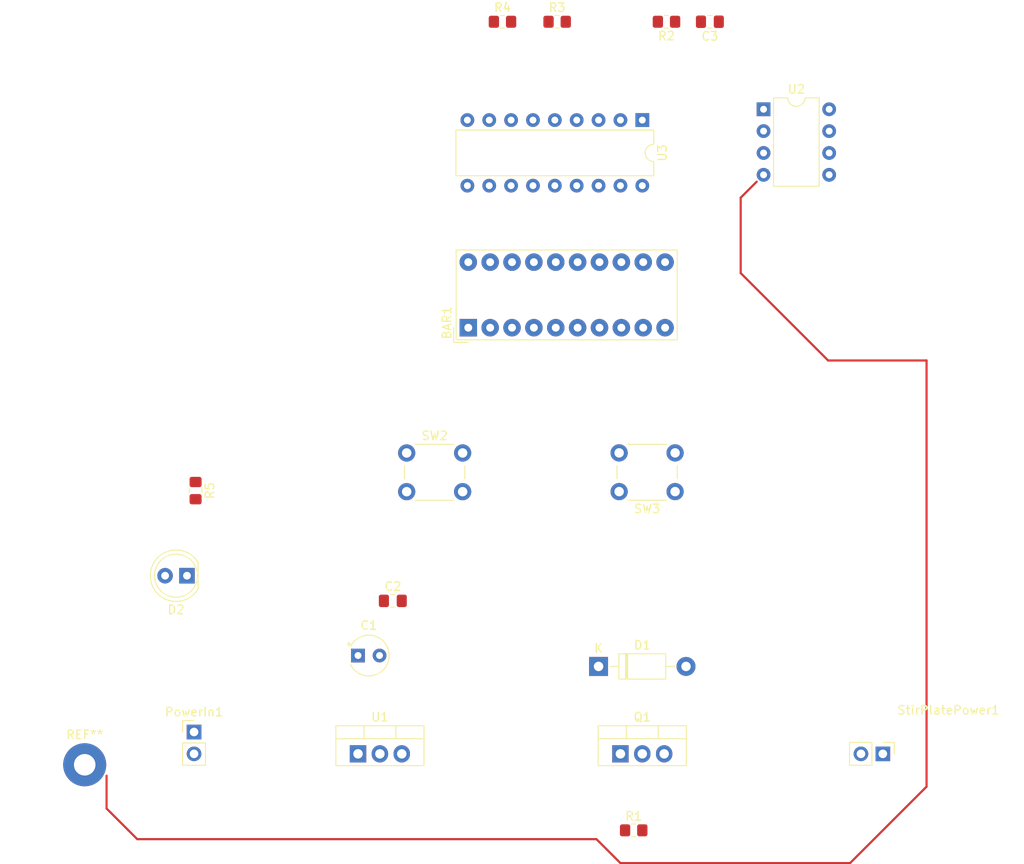
<source format=kicad_pcb>
(kicad_pcb (version 20221018) (generator pcbnew)
  (layers (0 "F.Cu" signal) (31 "B.Cu" signal) (34 "B.Paste" user) (35 "F.Paste" user) (36 "B.SilkS" user "B.Silkscreen") (37 "F.SilkS" user "F.Silkscreen") (38 "B.Mask" user) (39 "F.Mask" user) (44 "Edge.Cuts" user))
  (net 0 "")
  (net 1 "Net-(U1-VO)")
  (net 2 "Net-(U3-LED1)")
  (net 3 "Net-(U3-LED2)")
  (net 4 "Net-(U3-LED3)")
  (net 5 "Net-(U3-LED4)")
  (net 6 "Net-(U3-LED5)")
  (net 7 "Net-(U3-LED6)")
  (net 8 "Net-(U3-LED7)")
  (net 9 "Net-(U3-LED8)")
  (net 10 "Net-(U3-LED9)")
  (net 11 "Net-(U3-LED10)")
  (net 12 "GND")
  (net 13 "Net-(U3-SIG)")
  (net 14 "Net-(D1-K)")
  (net 15 "Net-(Q1-B)")
  (net 16 "Net-(U2-PB1)")
  (net 17 "Net-(U2-AREF{slash}PB0)")
  (net 18 "Net-(U3-REFADJ)")
  (net 19 "Net-(U3-REFOUT)")
  (net 21 "Net-(D2-K)")
  (net 22 "Net-(D2-A)")
  (net 23 "+12P")
  (net 24 "Net-(U2-XTAL1{slash}PB3)")
  (net 25 "Net-(U2-XTAL2{slash}PB4)")
  (net 26 "Net-(PowerIn1-Pin_2)")
  (footprint "Resistor_SMD:R_0805_2012Metric_Pad1.20x1.40mm_HandSolder" (layer "F.Cu") (at 87.81 125.615 -90)
    (fp_text reference "R5" (at 0 -1.65 90) (layer "F.SilkS"))
    (fp_text value "220 ohm")
    (fp_line (start -0.227064 -0.735) (end 0.227064 -0.735) (stroke (width 0.12)) (layer "F.SilkS"))
    (fp_line (start -0.227064 0.735) (end 0.227064 0.735) (stroke (width 0.12)) (layer "F.SilkS"))
    (pad "1" smd roundrect (at -1 0 270) (size 1.2 1.4) (layers "F.Cu" "F.Paste" "F.Mask") (roundrect_rratio 0.208333) (net 12 "GND"))
    (pad "2" smd roundrect (at 1 0 270) (size 1.2 1.4) (layers "F.Cu" "F.Paste" "F.Mask") (roundrect_rratio 0.208333) (net 21 "Net-(D2-K)"))
  )
  (footprint "MountingHole:MountingHole_2.5mm_Pad" (layer "F.Cu") (at 74.93 157.48)
    (fp_text reference "REF**" (at 0 -3.5) (layer "F.SilkS"))
    (fp_text value "MountingHole_2.5mm_Pad")
    (pad "1" thru_hole circle (at 0 0) (size 5 5) (drill 2.5) (layers "*.Cu" "*.Mask"))
  )
  (footprint "Capacitor_SMD:C_0805_2012Metric_Pad1.18x1.45mm_HandSolder" (layer "F.Cu") (at 110.7225 138.43)
    (fp_text reference "C2" (at 0 -1.68) (layer "F.SilkS"))
    (fp_text value "0.1 uF Ceramic")
    (fp_line (start -0.261252 -0.735) (end 0.261252 -0.735) (stroke (width 0.12)) (layer "F.SilkS"))
    (fp_line (start -0.261252 0.735) (end 0.261252 0.735) (stroke (width 0.12)) (layer "F.SilkS"))
    (pad "1" smd roundrect (at -1.0375 0) (size 1.175 1.45) (layers "F.Cu" "F.Paste" "F.Mask") (roundrect_rratio 0.212766) (net 12 "GND"))
    (pad "2" smd roundrect (at 1.0375 0) (size 1.175 1.45) (layers "F.Cu" "F.Paste" "F.Mask") (roundrect_rratio 0.212766) (net 1 "Net-(U1-VO)"))
  )
  (footprint "Capacitor_SMD:C_0805_2012Metric_Pad1.18x1.45mm_HandSolder" (layer "F.Cu") (at 147.5525 71.12 180)
    (fp_text reference "C3" (at 0 -1.68) (layer "F.SilkS"))
    (fp_text value "0.1uF")
    (fp_line (start -0.261252 -0.735) (end 0.261252 -0.735) (stroke (width 0.12)) (layer "F.SilkS"))
    (fp_line (start -0.261252 0.735) (end 0.261252 0.735) (stroke (width 0.12)) (layer "F.SilkS"))
    (pad "1" smd roundrect (at -1.0375 0 180) (size 1.175 1.45) (layers "F.Cu" "F.Paste" "F.Mask") (roundrect_rratio 0.212766) (net 13 "Net-(U3-SIG)"))
    (pad "2" smd roundrect (at 1.0375 0 180) (size 1.175 1.45) (layers "F.Cu" "F.Paste" "F.Mask") (roundrect_rratio 0.212766) (net 12 "GND"))
  )
  (footprint "Button_Switch_THT:SW_PUSH_6mm_H5mm" (layer "F.Cu") (at 143.51 125.73 180)
    (fp_text reference "SW3" (at 3.25 -2) (layer "F.SilkS"))
    (fp_text value "Up")
    (fp_line (start -0.25 1.5) (end -0.25 3) (stroke (width 0.12)) (layer "F.SilkS"))
    (fp_line (start 1 5.5) (end 5.5 5.5) (stroke (width 0.12)) (layer "F.SilkS"))
    (fp_line (start 5.5 -1) (end 1 -1) (stroke (width 0.12)) (layer "F.SilkS"))
    (fp_line (start 6.75 3) (end 6.75 1.5) (stroke (width 0.12)) (layer "F.SilkS"))
    (pad "1" thru_hole circle (at 0 0 270) (size 2 2) (drill 1.1) (layers "*.Cu" "*.Mask") (net 12 "GND"))
    (pad "1" thru_hole circle (at 6.5 0 270) (size 2 2) (drill 1.1) (layers "*.Cu" "*.Mask") (net 12 "GND"))
    (pad "2" thru_hole circle (at 0 4.5 270) (size 2 2) (drill 1.1) (layers "*.Cu" "*.Mask") (net 25 "Net-(U2-XTAL2{slash}PB4)"))
    (pad "2" thru_hole circle (at 6.5 4.5 270) (size 2 2) (drill 1.1) (layers "*.Cu" "*.Mask") (net 25 "Net-(U2-XTAL2{slash}PB4)"))
  )
  (footprint "LED_THT:LED_D5.0mm" (layer "F.Cu") (at 86.81 135.505 180)
    (fp_text reference "D2" (at 1.27 -3.96) (layer "F.SilkS"))
    (fp_text value "LED")
    (fp_line (start -1.29 -1.545) (end -1.29 1.545) (stroke (width 0.12)) (layer "F.SilkS"))
    (fp_arc (start -1.29 -1.54483) (mid 2.072002 -2.880433) (end 4.26 0.000462) (stroke (width 0.12)) (layer "F.SilkS"))
    (fp_arc (start 4.26 -0.000462) (mid 2.072002 2.880433) (end -1.29 1.54483) (stroke (width 0.12)) (layer "F.SilkS"))
    (fp_circle (center 1.27 0) (end 3.77 0) (stroke (width 0.12)) (fill none) (layer "F.SilkS"))
    (pad "1" thru_hole rect (at 0 0 180) (size 1.8 1.8) (drill 0.9) (layers "*.Cu" "*.Mask") (net 21 "Net-(D2-K)"))
    (pad "2" thru_hole circle (at 2.54 0 180) (size 1.8 1.8) (drill 0.9) (layers "*.Cu" "*.Mask") (net 22 "Net-(D2-A)"))
  )
  (footprint "Package_TO_SOT_THT:TO-220-3_Vertical" (layer "F.Cu") (at 137.16 156.21)
    (fp_text reference "Q1" (at 2.54 -4.27) (layer "F.SilkS"))
    (fp_text value "TIP120")
    (fp_line (start -2.58 -3.27) (end -2.58 1.371) (stroke (width 0.12)) (layer "F.SilkS"))
    (fp_line (start -2.58 -3.27) (end 7.66 -3.27) (stroke (width 0.12)) (layer "F.SilkS"))
    (fp_line (start -2.58 -1.76) (end 7.66 -1.76) (stroke (width 0.12)) (layer "F.SilkS"))
    (fp_line (start -2.58 1.371) (end 7.66 1.371) (stroke (width 0.12)) (layer "F.SilkS"))
    (fp_line (start 0.69 -3.27) (end 0.69 -1.76) (stroke (width 0.12)) (layer "F.SilkS"))
    (fp_line (start 4.391 -3.27) (end 4.391 -1.76) (stroke (width 0.12)) (layer "F.SilkS"))
    (fp_line (start 7.66 -3.27) (end 7.66 1.371) (stroke (width 0.12)) (layer "F.SilkS"))
    (pad "1" thru_hole rect (at 0 0) (size 1.905 2) (drill 1.1) (layers "*.Cu" "*.Mask") (net 15 "Net-(Q1-B)"))
    (pad "2" thru_hole oval (at 2.54 0) (size 1.905 2) (drill 1.1) (layers "*.Cu" "*.Mask") (net 14 "Net-(D1-K)"))
    (pad "3" thru_hole oval (at 5.08 0) (size 1.905 2) (drill 1.1) (layers "*.Cu" "*.Mask") (net 12 "GND"))
  )
  (footprint "Resistor_SMD:R_0805_2012Metric_Pad1.20x1.40mm_HandSolder" (layer "F.Cu") (at 142.51 71.12 180)
    (fp_text reference "R2" (at 0 -1.65) (layer "F.SilkS"))
    (fp_text value "4.7K")
    (fp_line (start -0.227064 -0.735) (end 0.227064 -0.735) (stroke (width 0.12)) (layer "F.SilkS"))
    (fp_line (start -0.227064 0.735) (end 0.227064 0.735) (stroke (width 0.12)) (layer "F.SilkS"))
    (pad "1" smd roundrect (at -1 0 180) (size 1.2 1.4) (layers "F.Cu" "F.Paste" "F.Mask") (roundrect_rratio 0.208333) (net 13 "Net-(U3-SIG)"))
    (pad "2" smd roundrect (at 1 0 180) (size 1.2 1.4) (layers "F.Cu" "F.Paste" "F.Mask") (roundrect_rratio 0.208333) (net 17 "Net-(U2-AREF{slash}PB0)"))
  )
  (footprint "Resistor_SMD:R_0805_2012Metric_Pad1.20x1.40mm_HandSolder" (layer "F.Cu") (at 129.81 71.12)
    (fp_text reference "R3" (at 0 -1.65) (layer "F.SilkS"))
    (fp_text value "2.9K")
    (fp_line (start -0.227064 -0.735) (end 0.227064 -0.735) (stroke (width 0.12)) (layer "F.SilkS"))
    (fp_line (start -0.227064 0.735) (end 0.227064 0.735) (stroke (width 0.12)) (layer "F.SilkS"))
    (pad "1" smd roundrect (at -1 0) (size 1.2 1.4) (layers "F.Cu" "F.Paste" "F.Mask") (roundrect_rratio 0.208333) (net 12 "GND"))
    (pad "2" smd roundrect (at 1 0) (size 1.2 1.4) (layers "F.Cu" "F.Paste" "F.Mask") (roundrect_rratio 0.208333) (net 18 "Net-(U3-REFADJ)"))
  )
  (footprint "Resistor_SMD:R_0805_2012Metric_Pad1.20x1.40mm_HandSolder" (layer "F.Cu") (at 123.46 71.12)
    (fp_text reference "R4" (at 0 -1.65) (layer "F.SilkS"))
    (fp_text value "1K")
    (fp_line (start -0.227064 -0.735) (end 0.227064 -0.735) (stroke (width 0.12)) (layer "F.SilkS"))
    (fp_line (start -0.227064 0.735) (end 0.227064 0.735) (stroke (width 0.12)) (layer "F.SilkS"))
    (pad "1" smd roundrect (at -1 0) (size 1.2 1.4) (layers "F.Cu" "F.Paste" "F.Mask") (roundrect_rratio 0.208333) (net 18 "Net-(U3-REFADJ)"))
    (pad "2" smd roundrect (at 1 0) (size 1.2 1.4) (layers "F.Cu" "F.Paste" "F.Mask") (roundrect_rratio 0.208333) (net 19 "Net-(U3-REFOUT)"))
  )
  (footprint "Button_Switch_THT:SW_PUSH_6mm_H5mm" (layer "F.Cu") (at 112.33 121.24)
    (fp_text reference "SW2" (at 3.25 -2) (layer "F.SilkS"))
    (fp_text value "Down")
    (fp_line (start -0.25 1.5) (end -0.25 3) (stroke (width 0.12)) (layer "F.SilkS"))
    (fp_line (start 1 5.5) (end 5.5 5.5) (stroke (width 0.12)) (layer "F.SilkS"))
    (fp_line (start 5.5 -1) (end 1 -1) (stroke (width 0.12)) (layer "F.SilkS"))
    (fp_line (start 6.75 3) (end 6.75 1.5) (stroke (width 0.12)) (layer "F.SilkS"))
    (pad "1" thru_hole circle (at 0 0 90) (size 2 2) (drill 1.1) (layers "*.Cu" "*.Mask") (net 24 "Net-(U2-XTAL1{slash}PB3)"))
    (pad "1" thru_hole circle (at 6.5 0 90) (size 2 2) (drill 1.1) (layers "*.Cu" "*.Mask") (net 24 "Net-(U2-XTAL1{slash}PB3)"))
    (pad "2" thru_hole circle (at 0 4.5 90) (size 2 2) (drill 1.1) (layers "*.Cu" "*.Mask") (net 12 "GND"))
    (pad "2" thru_hole circle (at 6.5 4.5 90) (size 2 2) (drill 1.1) (layers "*.Cu" "*.Mask") (net 12 "GND"))
  )
  (footprint "Connector_PinHeader_2.54mm:PinHeader_1x02_P2.54mm_Vertical" (layer "F.Cu") (at 167.64 156.21 -90)
    (fp_text reference "StirPlatePower1" (at -5.08 -7.62 -180) (layer "F.SilkS"))
    (fp_text value "Conn_01x02_Pin")
    (fp_line (start -1.33 -1.33) (end 0 -1.33) (stroke (width 0.12)) (layer "F.SilkS"))
    (fp_line (start -1.33 0) (end -1.33 -1.33) (stroke (width 0.12)) (layer "F.SilkS"))
    (fp_line (start -1.33 1.27) (end -1.33 3.87) (stroke (width 0.12)) (layer "F.SilkS"))
    (fp_line (start -1.33 1.27) (end 1.33 1.27) (stroke (width 0.12)) (layer "F.SilkS"))
    (fp_line (start -1.33 3.87) (end 1.33 3.87) (stroke (width 0.12)) (layer "F.SilkS"))
    (fp_line (start 1.33 1.27) (end 1.33 3.87) (stroke (width 0.12)) (layer "F.SilkS"))
    (pad "1" thru_hole rect (at 0 0 270) (size 1.7 1.7) (drill 1) (layers "*.Cu" "*.Mask") (net 26 "Net-(PowerIn1-Pin_2)"))
    (pad "2" thru_hole oval (at 0 2.54 270) (size 1.7 1.7) (drill 1) (layers "*.Cu" "*.Mask") (net 14 "Net-(D1-K)"))
  )
  (footprint "Display:HLCP-J100" (layer "F.Cu") (at 119.4875 106.68 90)
    (fp_text reference "BAR1" (at 0.56 -2.49 90) (layer "F.SilkS"))
    (fp_text value "HLCP-J100_2")
    (fp_line (start -1.7 -1.7) (end -1.7 0) (stroke (width 0.12)) (layer "F.SilkS"))
    (fp_line (start -1.41 -1.41) (end 9.03 -1.41) (stroke (width 0.12)) (layer "F.SilkS"))
    (fp_line (start -1.41 24.27) (end -1.41 -1.41) (stroke (width 0.12)) (layer "F.SilkS"))
    (fp_line (start 0 -1.7) (end -1.7 -1.7) (stroke (width 0.12)) (layer "F.SilkS"))
    (fp_line (start 9.03 -1.41) (end 9.03 24.27) (stroke (width 0.12)) (layer "F.SilkS"))
    (fp_line (start 9.03 24.27) (end -1.41 24.27) (stroke (width 0.12)) (layer "F.SilkS"))
    (pad "1" thru_hole rect (at 0 0) (size 2.032 2.032) (drill 0.9144) (layers "*.Cu" "*.Mask") (net 1 "Net-(U1-VO)"))
    (pad "2" thru_hole circle (at 0 2.54) (size 2.032 2.032) (drill 0.9144) (layers "*.Cu" "*.Mask") (net 1 "Net-(U1-VO)"))
    (pad "3" thru_hole circle (at 0 5.08) (size 2.032 2.032) (drill 0.9144) (layers "*.Cu" "*.Mask") (net 1 "Net-(U1-VO)"))
    (pad "4" thru_hole circle (at 0 7.62) (size 2.032 2.032) (drill 0.9144) (layers "*.Cu" "*.Mask") (net 1 "Net-(U1-VO)"))
    (pad "5" thru_hole circle (at 0 10.16) (size 2.032 2.032) (drill 0.9144) (layers "*.Cu" "*.Mask") (net 1 "Net-(U1-VO)"))
    (pad "6" thru_hole circle (at 0 12.7) (size 2.032 2.032) (drill 0.9144) (layers "*.Cu" "*.Mask") (net 1 "Net-(U1-VO)"))
    (pad "7" thru_hole circle (at 0 15.24) (size 2.032 2.032) (drill 0.9144) (layers "*.Cu" "*.Mask") (net 1 "Net-(U1-VO)"))
    (pad "8" thru_hole circle (at 0 17.78) (size 2.032 2.032) (drill 0.9144) (layers "*.Cu" "*.Mask") (net 1 "Net-(U1-VO)"))
    (pad "9" thru_hole circle (at 0 20.32) (size 2.032 2.032) (drill 0.9144) (layers "*.Cu" "*.Mask") (net 1 "Net-(U1-VO)"))
    (pad "10" thru_hole circle (at 0 22.86) (size 2.032 2.032) (drill 0.9144) (layers "*.Cu" "*.Mask") (net 1 "Net-(U1-VO)"))
    (pad "11" thru_hole circle (at 7.62 22.86) (size 2.032 2.032) (drill 0.9144) (layers "*.Cu" "*.Mask") (net 2 "Net-(U3-LED1)"))
    (pad "12" thru_hole circle (at 7.62 20.32) (size 2.032 2.032) (drill 0.9144) (layers "*.Cu" "*.Mask") (net 3 "Net-(U3-LED2)"))
    (pad "13" thru_hole circle (at 7.62 17.78) (size 2.032 2.032) (drill 0.9144) (layers "*.Cu" "*.Mask") (net 4 "Net-(U3-LED3)"))
    (pad "14" thru_hole circle (at 7.62 15.24) (size 2.032 2.032) (drill 0.9144) (layers "*.Cu" "*.Mask") (net 5 "Net-(U3-LED4)"))
    (pad "15" thru_hole circle (at 7.62 12.7) (size 2.032 2.032) (drill 0.9144) (layers "*.Cu" "*.Mask") (net 6 "Net-(U3-LED5)"))
    (pad "16" thru_hole circle (at 7.62 10.16) (size 2.032 2.032) (drill 0.9144) (layers "*.Cu" "*.Mask") (net 7 "Net-(U3-LED6)"))
    (pad "17" thru_hole circle (at 7.62 7.62) (size 2.032 2.032) (drill 0.9144) (layers "*.Cu" "*.Mask") (net 8 "Net-(U3-LED7)"))
    (pad "18" thru_hole circle (at 7.62 5.08) (size 2.032 2.032) (drill 0.9144) (layers "*.Cu" "*.Mask") (net 9 "Net-(U3-LED8)"))
    (pad "19" thru_hole circle (at 7.62 2.54) (size 2.032 2.032) (drill 0.9144) (layers "*.Cu" "*.Mask") (net 10 "Net-(U3-LED9)"))
    (pad "20" thru_hole circle (at 7.62 0) (size 2.032 2.032) (drill 0.9144) (layers "*.Cu" "*.Mask") (net 11 "Net-(U3-LED10)"))
  )
  (footprint "Capacitor_THT:CP_Radial_Tantal_D4.5mm_P2.50mm" (layer "F.Cu") (at 106.68 144.78)
    (fp_text reference "C1" (at 1.25 -3.5) (layer "F.SilkS"))
    (fp_text value "10 uF Polarize")
    (fp_line (start -1.287288 -1.335) (end -0.837288 -1.335) (stroke (width 0.12)) (layer "F.SilkS"))
    (fp_line (start -1.062288 -1.56) (end -1.062288 -1.11) (stroke (width 0.12)) (layer "F.SilkS"))
    (fp_arc (start -0.869741 -1.06) (mid 3.62 0) (end -0.869741 1.06) (stroke (width 0.12)) (layer "F.SilkS"))
    (pad "1" thru_hole rect (at 0 0) (size 1.6 1.6) (drill 0.8) (layers "*.Cu" "*.Mask") (net 26 "Net-(PowerIn1-Pin_2)"))
    (pad "2" thru_hole circle (at 2.5 0) (size 1.6 1.6) (drill 0.8) (layers "*.Cu" "*.Mask") (net 12 "GND"))
  )
  (footprint "Package_DIP:DIP-18_W7.62mm" (layer "F.Cu") (at 139.7 82.55 -90)
    (fp_text reference "U3" (at 3.81 -2.33 90) (layer "F.SilkS"))
    (fp_text value "LM3914N")
    (fp_line (start 1.16 -1.33) (end 1.16 21.65) (stroke (width 0.12)) (layer "F.SilkS"))
    (fp_line (start 1.16 21.65) (end 6.46 21.65) (stroke (width 0.12)) (layer "F.SilkS"))
    (fp_line (start 2.81 -1.33) (end 1.16 -1.33) (stroke (width 0.12)) (layer "F.SilkS"))
    (fp_line (start 6.46 -1.33) (end 4.81 -1.33) (stroke (width 0.12)) (layer "F.SilkS"))
    (fp_line (start 6.46 21.65) (end 6.46 -1.33) (stroke (width 0.12)) (layer "F.SilkS"))
    (fp_arc (start 4.81 -1.33) (mid 3.81 -0.33) (end 2.81 -1.33) (stroke (width 0.12)) (layer "F.SilkS"))
    (pad "1" thru_hole rect (at 0 0 270) (size 1.6 1.6) (drill 0.8) (layers "*.Cu" "*.Mask") (net 2 "Net-(U3-LED1)"))
    (pad "2" thru_hole oval (at 0 2.54 270) (size 1.6 1.6) (drill 0.8) (layers "*.Cu" "*.Mask") (net 12 "GND"))
    (pad "3" thru_hole oval (at 0 5.08 270) (size 1.6 1.6) (drill 0.8) (layers "*.Cu" "*.Mask") (net 1 "Net-(U1-VO)"))
    (pad "4" thru_hole oval (at 0 7.62 270) (size 1.6 1.6) (drill 0.8) (layers "*.Cu" "*.Mask") (net 12 "GND"))
    (pad "5" thru_hole oval (at 0 10.16 270) (size 1.6 1.6) (drill 0.8) (layers "*.Cu" "*.Mask") (net 13 "Net-(U3-SIG)"))
    (pad "6" thru_hole oval (at 0 12.7 270) (size 1.6 1.6) (drill 0.8) (layers "*.Cu" "*.Mask") (net 19 "Net-(U3-REFOUT)"))
    (pad "7" thru_hole oval (at 0 15.24 270) (size 1.6 1.6) (drill 0.8) (layers "*.Cu" "*.Mask") (net 19 "Net-(U3-REFOUT)"))
    (pad "8" thru_hole oval (at 0 17.78 270) (size 1.6 1.6) (drill 0.8) (layers "*.Cu" "*.Mask") (net 18 "Net-(U3-REFADJ)"))
    (pad "9" thru_hole oval (at 0 20.32 270) (size 1.6 1.6) (drill 0.8) (layers "*.Cu" "*.Mask") (net 1 "Net-(U1-VO)"))
    (pad "10" thru_hole oval (at 7.62 20.32 270) (size 1.6 1.6) (drill 0.8) (layers "*.Cu" "*.Mask") (net 11 "Net-(U3-LED10)"))
    (pad "11" thru_hole oval (at 7.62 17.78 270) (size 1.6 1.6) (drill 0.8) (layers "*.Cu" "*.Mask") (net 10 "Net-(U3-LED9)"))
    (pad "12" thru_hole oval (at 7.62 15.24 270) (size 1.6 1.6) (drill 0.8) (layers "*.Cu" "*.Mask") (net 9 "Net-(U3-LED8)"))
    (pad "13" thru_hole oval (at 7.62 12.7 270) (size 1.6 1.6) (drill 0.8) (layers "*.Cu" "*.Mask") (net 8 "Net-(U3-LED7)"))
    (pad "14" thru_hole oval (at 7.62 10.16 270) (size 1.6 1.6) (drill 0.8) (layers "*.Cu" "*.Mask") (net 7 "Net-(U3-LED6)"))
    (pad "15" thru_hole oval (at 7.62 7.62 270) (size 1.6 1.6) (drill 0.8) (layers "*.Cu" "*.Mask") (net 6 "Net-(U3-LED5)"))
    (pad "16" thru_hole oval (at 7.62 5.08 270) (size 1.6 1.6) (drill 0.8) (layers "*.Cu" "*.Mask") (net 5 "Net-(U3-LED4)"))
    (pad "17" thru_hole oval (at 7.62 2.54 270) (size 1.6 1.6) (drill 0.8) (layers "*.Cu" "*.Mask") (net 4 "Net-(U3-LED3)"))
    (pad "18" thru_hole oval (at 7.62 0 270) (size 1.6 1.6) (drill 0.8) (layers "*.Cu" "*.Mask") (net 3 "Net-(U3-LED2)"))
  )
  (footprint "Package_TO_SOT_THT:TO-220-3_Vertical" (layer "F.Cu") (at 106.68 156.21)
    (fp_text reference "U1" (at 2.54 -4.27) (layer "F.SilkS"))
    (fp_text value "LM7805_TO220")
    (fp_line (start -2.58 -3.27) (end -2.58 1.371) (stroke (width 0.12)) (layer "F.SilkS"))
    (fp_line (start -2.58 -3.27) (end 7.66 -3.27) (stroke (width 0.12)) (layer "F.SilkS"))
    (fp_line (start -2.58 -1.76) (end 7.66 -1.76) (stroke (width 0.12)) (layer "F.SilkS"))
    (fp_line (start -2.58 1.371) (end 7.66 1.371) (stroke (width 0.12)) (layer "F.SilkS"))
    (fp_line (start 0.69 -3.27) (end 0.69 -1.76) (stroke (width 0.12)) (layer "F.SilkS"))
    (fp_line (start 4.391 -3.27) (end 4.391 -1.76) (stroke (width 0.12)) (layer "F.SilkS"))
    (fp_line (start 7.66 -3.27) (end 7.66 1.371) (stroke (width 0.12)) (layer "F.SilkS"))
    (pad "1" thru_hole rect (at 0 0) (size 1.905 2) (drill 1.1) (layers "*.Cu" "*.Mask") (net 26 "Net-(PowerIn1-Pin_2)"))
    (pad "2" thru_hole oval (at 2.54 0) (size 1.905 2) (drill 1.1) (layers "*.Cu" "*.Mask") (net 12 "GND"))
    (pad "3" thru_hole oval (at 5.08 0) (size 1.905 2) (drill 1.1) (layers "*.Cu" "*.Mask") (net 1 "Net-(U1-VO)"))
  )
  (footprint "Connector_PinHeader_2.54mm:PinHeader_1x02_P2.54mm_Vertical" (layer "F.Cu") (at 87.63 153.67)
    (fp_text reference "PowerIn1" (at 0 -2.33) (layer "F.SilkS"))
    (fp_text value "Conn_01x02_Pin")
    (fp_line (start -1.33 -1.33) (end 0 -1.33) (stroke (width 0.12)) (layer "F.SilkS"))
    (fp_line (start -1.33 0) (end -1.33 -1.33) (stroke (width 0.12)) (layer "F.SilkS"))
    (fp_line (start -1.33 1.27) (end -1.33 3.87) (stroke (width 0.12)) (layer "F.SilkS"))
    (fp_line (start -1.33 1.27) (end 1.33 1.27) (stroke (width 0.12)) (layer "F.SilkS"))
    (fp_line (start -1.33 3.87) (end 1.33 3.87) (stroke (width 0.12)) (layer "F.SilkS"))
    (fp_line (start 1.33 1.27) (end 1.33 3.87) (stroke (width 0.12)) (layer "F.SilkS"))
    (pad "1" thru_hole rect (at 0 0) (size 1.7 1.7) (drill 1) (layers "*.Cu" "*.Mask") (net 23 "+12P"))
    (pad "2" thru_hole oval (at 0 2.54) (size 1.7 1.7) (drill 1) (layers "*.Cu" "*.Mask") (net 26 "Net-(PowerIn1-Pin_2)"))
  )
  (footprint "Diode_THT:D_DO-41_SOD81_P10.16mm_Horizontal" (layer "F.Cu") (at 134.62 146.05)
    (fp_text reference "D1" (at 5.08 -2.47) (layer "F.SilkS"))
    (fp_text value "1N4001")
    (fp_text user "K" (at 0 -2.1) (layer "F.SilkS"))
    (fp_line (start 1.34 0) (end 2.36 0) (stroke (width 0.12)) (layer "F.SilkS"))
    (fp_line (start 2.36 -1.47) (end 2.36 1.47) (stroke (width 0.12)) (layer "F.SilkS"))
    (fp_line (start 2.36 1.47) (end 7.8 1.47) (stroke (width 0.12)) (layer "F.SilkS"))
    (fp_line (start 3.14 -1.47) (end 3.14 1.47) (stroke (width 0.12)) (layer "F.SilkS"))
    (fp_line (start 3.26 -1.47) (end 3.26 1.47) (stroke (width 0.12)) (layer "F.SilkS"))
    (fp_line (start 3.38 -1.47) (end 3.38 1.47) (stroke (width 0.12)) (layer "F.SilkS"))
    (fp_line (start 7.8 -1.47) (end 2.36 -1.47) (stroke (width 0.12)) (layer "F.SilkS"))
    (fp_line (start 7.8 1.47) (end 7.8 -1.47) (stroke (width 0.12)) (layer "F.SilkS"))
    (fp_line (start 8.82 0) (end 7.8 0) (stroke (width 0.12)) (layer "F.SilkS"))
    (pad "1" thru_hole rect (at 0 0) (size 2.2 2.2) (drill 1.1) (layers "*.Cu" "*.Mask") (net 14 "Net-(D1-K)"))
    (pad "2" thru_hole oval (at 10.16 0) (size 2.2 2.2) (drill 1.1) (layers "*.Cu" "*.Mask") (net 12 "GND"))
  )
  (footprint "Package_DIP:DIP-8_W7.62mm" (layer "F.Cu") (at 153.7875 81.29)
    (fp_text reference "U2" (at 3.81 -2.33) (layer "F.SilkS"))
    (fp_text value "ATtiny85-20P")
    (fp_line (start 1.16 -1.33) (end 1.16 8.95) (stroke (width 0.12)) (layer "F.SilkS"))
    (fp_line (start 1.16 8.95) (end 6.46 8.95) (stroke (width 0.12)) (layer "F.SilkS"))
    (fp_line (start 2.81 -1.33) (end 1.16 -1.33) (stroke (width 0.12)) (layer "F.SilkS"))
    (fp_line (start 6.46 -1.33) (end 4.81 -1.33) (stroke (width 0.12)) (layer "F.SilkS"))
    (fp_line (start 6.46 8.95) (end 6.46 -1.33) (stroke (width 0.12)) (layer "F.SilkS"))
    (fp_arc (start 4.81 -1.33) (mid 3.81 -0.33) (end 2.81 -1.33) (stroke (width 0.12)) (layer "F.SilkS"))
    (pad "1" thru_hole rect (at 0 0) (size 1.6 1.6) (drill 0.8) (layers "*.Cu" "*.Mask"))
    (pad "2" thru_hole oval (at 0 2.54) (size 1.6 1.6) (drill 0.8) (layers "*.Cu" "*.Mask") (net 24 "Net-(U2-XTAL1{slash}PB3)"))
    (pad "3" thru_hole oval (at 0 5.08) (size 1.6 1.6) (drill 0.8) (layers "*.Cu" "*.Mask") (net 25 "Net-(U2-XTAL2{slash}PB4)"))
    (pad "4" thru_hole oval (at 0 7.62) (size 1.6 1.6) (drill 0.8) (layers "*.Cu" "*.Mask") (net 12 "GND"))
    (pad "5" thru_hole oval (at 7.62 7.62) (size 1.6 1.6) (drill 0.8) (layers "*.Cu" "*.Mask") (net 17 "Net-(U2-AREF{slash}PB0)"))
    (pad "6" thru_hole oval (at 7.62 5.08) (size 1.6 1.6) (drill 0.8) (layers "*.Cu" "*.Mask") (net 16 "Net-(U2-PB1)"))
    (pad "7" thru_hole oval (at 7.62 2.54) (size 1.6 1.6) (drill 0.8) (layers "*.Cu" "*.Mask") (net 22 "Net-(D2-A)"))
    (pad "8" thru_hole oval (at 7.62 0) (size 1.6 1.6) (drill 0.8) (layers "*.Cu" "*.Mask") (net 1 "Net-(U1-VO)"))
  )
  (footprint "Resistor_SMD:R_0805_2012Metric_Pad1.20x1.40mm_HandSolder" (layer "F.Cu") (at 138.7 165.1)
    (fp_text reference "R1" (at 0 -1.65) (layer "F.SilkS"))
    (fp_text value "1K")
    (fp_line (start -0.227064 -0.735) (end 0.227064 -0.735) (stroke (width 0.12)) (layer "F.SilkS"))
    (fp_line (start -0.227064 0.735) (end 0.227064 0.735) (stroke (width 0.12)) (layer "F.SilkS"))
    (pad "1" smd roundrect (at -1 0) (size 1.2 1.4) (layers "F.Cu" "F.Paste" "F.Mask") (roundrect_rratio 0.208333) (net 15 "Net-(Q1-B)"))
    (pad "2" smd roundrect (at 1 0) (size 1.2 1.4) (layers "F.Cu" "F.Paste" "F.Mask") (roundrect_rratio 0.208333) (net 16 "Net-(U2-PB1)"))
  )
  (segment (start 77.47 162.56) (end 80.01 165.1) (width 0.25) (layer "F.Cu") (net 0))
  (segment (start 151.13 91.5675) (end 152.992005 89.705495) (width 0.25) (layer "F.Cu") (net 0))
  (segment (start 163.83 168.91) (end 168.91 163.83) (width 0.25) (layer "F.Cu") (net 0))
  (segment (start 137.16 168.91) (end 163.83 168.91) (width 0.25) (layer "F.Cu") (net 0))
  (segment (start 77.47 158.75) (end 77.47 162.56) (width 0.25) (layer "F.Cu") (net 0))
  (segment (start 134.375 166.125) (end 137.16 168.91) (width 0.25) (layer "F.Cu") (net 0))
  (segment (start 151.13 100.33) (end 151.13 91.5675) (width 0.25) (layer "F.Cu") (net 0))
  (segment (start 172.72 110.49) (end 161.29 110.49) (width 0.25) (layer "F.Cu") (net 0))
  (segment (start 172.72 160.02) (end 172.72 110.49) (width 0.25) (layer "F.Cu") (net 0))
  (segment (start 80.01 165.1) (end 81.035 166.125) (width 0.25) (layer "F.Cu") (net 0))
  (segment (start 161.29 110.49) (end 151.13 100.33) (width 0.25) (layer "F.Cu") (net 0))
  (segment (start 81.035 166.125) (end 134.375 166.125) (width 0.25) (layer "F.Cu") (net 0))
  (segment (start 168.91 163.83) (end 172.72 160.02) (width 0.25) (layer "F.Cu") (net 0))
)
</source>
